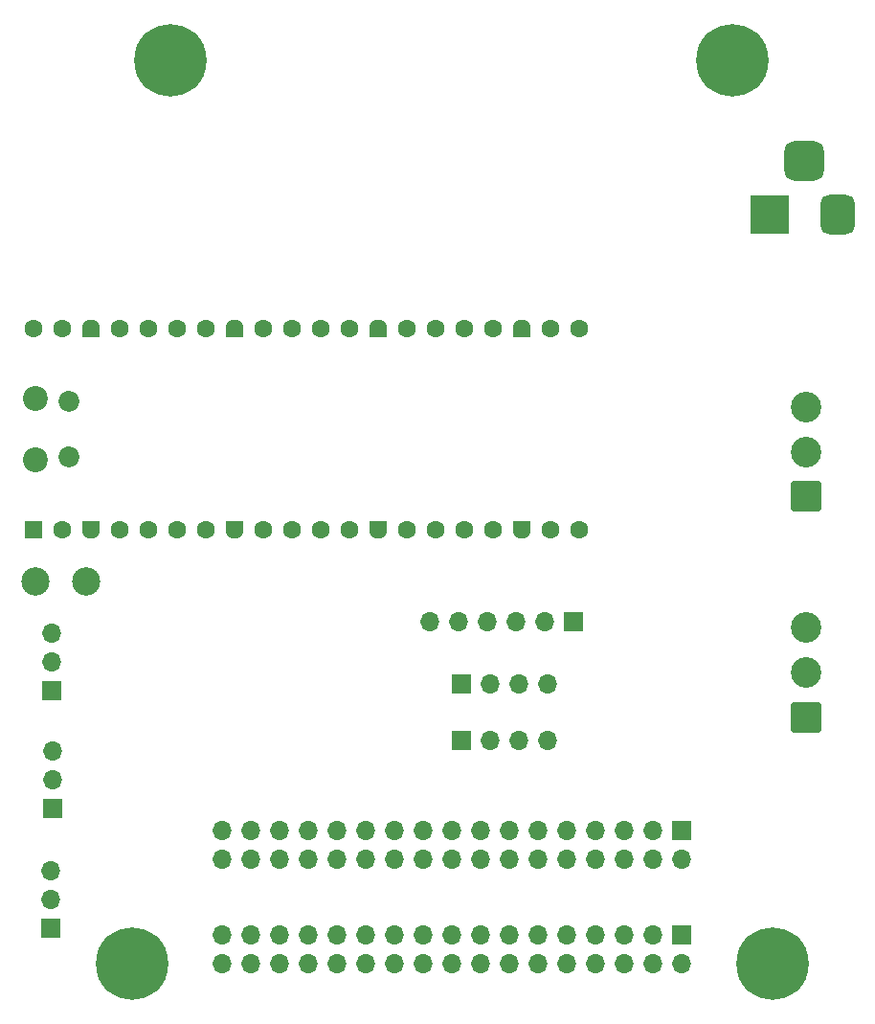
<source format=gbr>
%TF.GenerationSoftware,KiCad,Pcbnew,7.0.6*%
%TF.CreationDate,2023-11-17T09:02:37-06:00*%
%TF.ProjectId,ConnectorX,436f6e6e-6563-4746-9f72-582e6b696361,rev?*%
%TF.SameCoordinates,Original*%
%TF.FileFunction,Soldermask,Bot*%
%TF.FilePolarity,Negative*%
%FSLAX46Y46*%
G04 Gerber Fmt 4.6, Leading zero omitted, Abs format (unit mm)*
G04 Created by KiCad (PCBNEW 7.0.6) date 2023-11-17 09:02:37*
%MOMM*%
%LPD*%
G01*
G04 APERTURE LIST*
G04 Aperture macros list*
%AMRoundRect*
0 Rectangle with rounded corners*
0 $1 Rounding radius*
0 $2 $3 $4 $5 $6 $7 $8 $9 X,Y pos of 4 corners*
0 Add a 4 corners polygon primitive as box body*
4,1,4,$2,$3,$4,$5,$6,$7,$8,$9,$2,$3,0*
0 Add four circle primitives for the rounded corners*
1,1,$1+$1,$2,$3*
1,1,$1+$1,$4,$5*
1,1,$1+$1,$6,$7*
1,1,$1+$1,$8,$9*
0 Add four rect primitives between the rounded corners*
20,1,$1+$1,$2,$3,$4,$5,0*
20,1,$1+$1,$4,$5,$6,$7,0*
20,1,$1+$1,$6,$7,$8,$9,0*
20,1,$1+$1,$8,$9,$2,$3,0*%
%AMFreePoly0*
4,1,28,0.605014,0.794986,0.644504,0.794986,0.724698,0.756366,0.780194,0.686777,0.800000,0.600000,0.800000,-0.600000,0.780194,-0.686777,0.724698,-0.756366,0.644504,-0.794986,0.605014,-0.794986,0.600000,-0.800000,0.000000,-0.800000,-0.178017,-0.779942,-0.347107,-0.720775,-0.498792,-0.625465,-0.625465,-0.498792,-0.720775,-0.347107,-0.779942,-0.178017,-0.800000,0.000000,-0.779942,0.178017,
-0.720775,0.347107,-0.625465,0.498792,-0.498792,0.625465,-0.347107,0.720775,-0.178017,0.779942,0.000000,0.800000,0.600000,0.800000,0.605014,0.794986,0.605014,0.794986,$1*%
%AMFreePoly1*
4,1,28,0.178017,0.779942,0.347107,0.720775,0.498792,0.625465,0.625465,0.498792,0.720775,0.347107,0.779942,0.178017,0.800000,0.000000,0.779942,-0.178017,0.720775,-0.347107,0.625465,-0.498792,0.498792,-0.625465,0.347107,-0.720775,0.178017,-0.779942,0.000000,-0.800000,-0.600000,-0.800000,-0.605014,-0.794986,-0.644504,-0.794986,-0.724698,-0.756366,-0.780194,-0.686777,-0.800000,-0.600000,
-0.800000,0.600000,-0.780194,0.686777,-0.724698,0.756366,-0.644504,0.794986,-0.605014,0.794986,-0.600000,0.800000,0.000000,0.800000,0.178017,0.779942,0.178017,0.779942,$1*%
G04 Aperture macros list end*
%ADD10R,1.700000X1.700000*%
%ADD11O,1.700000X1.700000*%
%ADD12C,0.800000*%
%ADD13C,6.400000*%
%ADD14RoundRect,0.250001X1.099999X-1.099999X1.099999X1.099999X-1.099999X1.099999X-1.099999X-1.099999X0*%
%ADD15C,2.700000*%
%ADD16R,3.500000X3.500000*%
%ADD17RoundRect,0.750000X0.750000X1.000000X-0.750000X1.000000X-0.750000X-1.000000X0.750000X-1.000000X0*%
%ADD18RoundRect,0.875000X0.875000X0.875000X-0.875000X0.875000X-0.875000X-0.875000X0.875000X-0.875000X0*%
%ADD19C,2.200000*%
%ADD20C,1.850000*%
%ADD21RoundRect,0.200000X0.600000X-0.600000X0.600000X0.600000X-0.600000X0.600000X-0.600000X-0.600000X0*%
%ADD22C,1.600000*%
%ADD23FreePoly0,90.000000*%
%ADD24FreePoly1,90.000000*%
%ADD25C,2.500000*%
G04 APERTURE END LIST*
D10*
%TO.C,J10*%
X157700000Y-111500000D03*
D11*
X160240000Y-111500000D03*
X162780000Y-111500000D03*
X165320000Y-111500000D03*
%TD*%
D12*
%TO.C,H2*%
X179250000Y-51450000D03*
X179952944Y-49752944D03*
X179952944Y-53147056D03*
X181650000Y-49050000D03*
D13*
X181650000Y-51450000D03*
D12*
X181650000Y-53850000D03*
X183347056Y-49752944D03*
X183347056Y-53147056D03*
X184050000Y-51450000D03*
%TD*%
D10*
%TO.C,J8*%
X177180000Y-128725000D03*
D11*
X177180000Y-131265000D03*
X174640000Y-128725000D03*
X174640000Y-131265000D03*
X172100000Y-128725000D03*
X172100000Y-131265000D03*
X169560000Y-128725000D03*
X169560000Y-131265000D03*
X167020000Y-128725000D03*
X167020000Y-131265000D03*
X164480000Y-128725000D03*
X164480000Y-131265000D03*
X161940000Y-128725000D03*
X161940000Y-131265000D03*
X159400000Y-128725000D03*
X159400000Y-131265000D03*
X156860000Y-128725000D03*
X156860000Y-131265000D03*
X154320000Y-128725000D03*
X154320000Y-131265000D03*
X151780000Y-128725000D03*
X151780000Y-131265000D03*
X149240000Y-128725000D03*
X149240000Y-131265000D03*
X146700000Y-128725000D03*
X146700000Y-131265000D03*
X144160000Y-128725000D03*
X144160000Y-131265000D03*
X141620000Y-128725000D03*
X141620000Y-131265000D03*
X139080000Y-128725000D03*
X139080000Y-131265000D03*
X136540000Y-128725000D03*
X136540000Y-131265000D03*
%TD*%
D14*
%TO.C,J5*%
X188225000Y-89960000D03*
D15*
X188225000Y-86000000D03*
X188225000Y-82040000D03*
%TD*%
D10*
%TO.C,J9*%
X157700000Y-106500000D03*
D11*
X160240000Y-106500000D03*
X162780000Y-106500000D03*
X165320000Y-106500000D03*
%TD*%
D10*
%TO.C,J11*%
X167620000Y-101000000D03*
D11*
X165080000Y-101000000D03*
X162540000Y-101000000D03*
X160000000Y-101000000D03*
X157460000Y-101000000D03*
X154920000Y-101000000D03*
%TD*%
D10*
%TO.C,J2*%
X121475000Y-107080000D03*
D11*
X121475000Y-104540000D03*
X121475000Y-102000000D03*
%TD*%
D10*
%TO.C,J3*%
X121575000Y-117525000D03*
D11*
X121575000Y-114985000D03*
X121575000Y-112445000D03*
%TD*%
D10*
%TO.C,J4*%
X121375000Y-128080000D03*
D11*
X121375000Y-125540000D03*
X121375000Y-123000000D03*
%TD*%
D12*
%TO.C,H1*%
X129600000Y-51450000D03*
X130302944Y-49752944D03*
X130302944Y-53147056D03*
X132000000Y-49050000D03*
D13*
X132000000Y-51450000D03*
D12*
X132000000Y-53850000D03*
X133697056Y-49752944D03*
X133697056Y-53147056D03*
X134400000Y-51450000D03*
%TD*%
D16*
%TO.C,J1*%
X185000000Y-65000000D03*
D17*
X191000000Y-65000000D03*
D18*
X188000000Y-60300000D03*
%TD*%
D14*
%TO.C,J6*%
X188225000Y-109460000D03*
D15*
X188225000Y-105500000D03*
X188225000Y-101540000D03*
%TD*%
D12*
%TO.C,H3*%
X182800000Y-131230000D03*
X183502944Y-129532944D03*
X183502944Y-132927056D03*
X185200000Y-128830000D03*
D13*
X185200000Y-131230000D03*
D12*
X185200000Y-133630000D03*
X186897056Y-129532944D03*
X186897056Y-132927056D03*
X187600000Y-131230000D03*
%TD*%
D19*
%TO.C,U2*%
X120000000Y-86725000D03*
D20*
X123030000Y-86425000D03*
X123030000Y-81575000D03*
D19*
X120000000Y-81275000D03*
D21*
X119870000Y-92890000D03*
D22*
X122410000Y-92890000D03*
D23*
X124950000Y-92890000D03*
D22*
X127490000Y-92890000D03*
X130030000Y-92890000D03*
X132570000Y-92890000D03*
X135110000Y-92890000D03*
D23*
X137650000Y-92890000D03*
D22*
X140190000Y-92890000D03*
X142730000Y-92890000D03*
X145270000Y-92890000D03*
X147810000Y-92890000D03*
D23*
X150350000Y-92890000D03*
D22*
X152890000Y-92890000D03*
X155430000Y-92890000D03*
X157970000Y-92890000D03*
X160510000Y-92890000D03*
D23*
X163050000Y-92890000D03*
D22*
X165590000Y-92890000D03*
X168130000Y-92890000D03*
X168130000Y-75110000D03*
X165590000Y-75110000D03*
D24*
X163050000Y-75110000D03*
D22*
X160510000Y-75110000D03*
X157970000Y-75110000D03*
X155430000Y-75110000D03*
X152890000Y-75110000D03*
D24*
X150350000Y-75110000D03*
D22*
X147810000Y-75110000D03*
X145270000Y-75110000D03*
X142730000Y-75110000D03*
X140190000Y-75110000D03*
D24*
X137650000Y-75110000D03*
D22*
X135110000Y-75110000D03*
X132570000Y-75110000D03*
X130030000Y-75110000D03*
X127490000Y-75110000D03*
D24*
X124950000Y-75110000D03*
D22*
X122410000Y-75110000D03*
X119870000Y-75110000D03*
%TD*%
D12*
%TO.C,H4*%
X126170000Y-131230000D03*
X126872944Y-129532944D03*
X126872944Y-132927056D03*
X128570000Y-128830000D03*
D13*
X128570000Y-131230000D03*
D12*
X128570000Y-133630000D03*
X130267056Y-129532944D03*
X130267056Y-132927056D03*
X130970000Y-131230000D03*
%TD*%
D10*
%TO.C,J7*%
X177150000Y-119460000D03*
D11*
X177150000Y-122000000D03*
X174610000Y-119460000D03*
X174610000Y-122000000D03*
X172070000Y-119460000D03*
X172070000Y-122000000D03*
X169530000Y-119460000D03*
X169530000Y-122000000D03*
X166990000Y-119460000D03*
X166990000Y-122000000D03*
X164450000Y-119460000D03*
X164450000Y-122000000D03*
X161910000Y-119460000D03*
X161910000Y-122000000D03*
X159370000Y-119460000D03*
X159370000Y-122000000D03*
X156830000Y-119460000D03*
X156830000Y-122000000D03*
X154290000Y-119460000D03*
X154290000Y-122000000D03*
X151750000Y-119460000D03*
X151750000Y-122000000D03*
X149210000Y-119460000D03*
X149210000Y-122000000D03*
X146670000Y-119460000D03*
X146670000Y-122000000D03*
X144130000Y-119460000D03*
X144130000Y-122000000D03*
X141590000Y-119460000D03*
X141590000Y-122000000D03*
X139050000Y-119460000D03*
X139050000Y-122000000D03*
X136510000Y-119460000D03*
X136510000Y-122000000D03*
%TD*%
D25*
%TO.C,TP3*%
X124500000Y-97500000D03*
%TD*%
%TO.C,TP2*%
X120000000Y-97500000D03*
%TD*%
M02*

</source>
